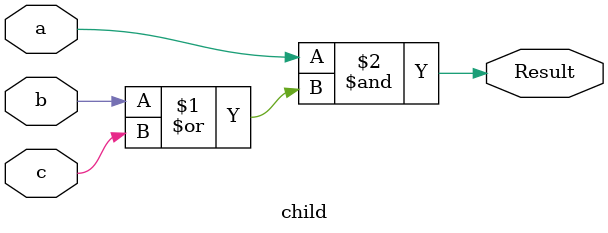
<source format=v>
module child (
    // this is a test
    input a, b, c,
    // a test
    output Result       // balabalabala for result
);

    // a & b | ((b & c) & (b | c))
    // &=*, |=+               AB + BC(B+C)
    // Distribute             AB + BBC + BCC
    // Simplify AA = A        AB + BC + BC
    // Simplify A + A = A     AB + BC
    // Factor                 B(A+C)

    assign Result = a & (b | c);

endmodule
</source>
